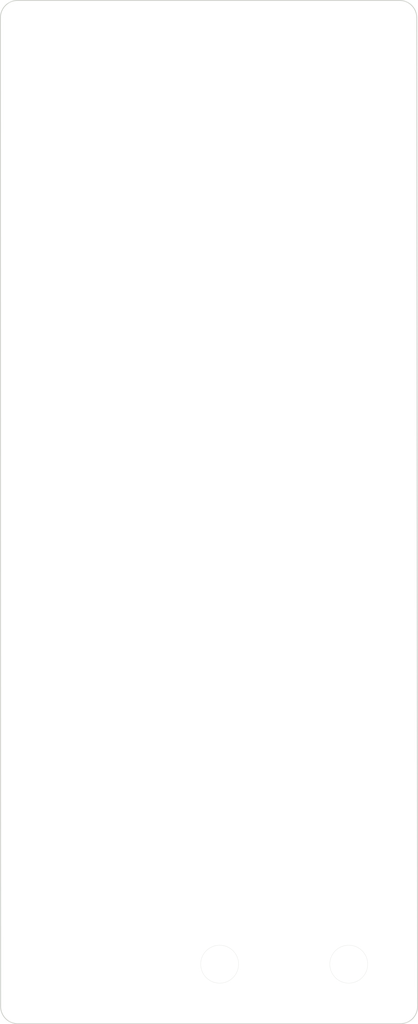
<source format=kicad_pcb>
(kicad_pcb (version 20241229) (generator "pcbnew") (generator_version "9.0")
  (layers (0 "F.Cu" signal) (2 "B.Cu" signal) (13 "F.Paste" user) (15 "B.Paste" user) (5 "F.SilkS" user "F.Silkscreen") (7 "B.SilkS" user "B.Silkscreen") (1 "F.Mask" user) (3 "B.Mask" user) (25 "Edge.Cuts" user))
  (net 0 "")
  (footprint "kbd_Hole:m2_Screw_Hole_EdgeCuts" (layer "F.Cu") (at 64.2 117)
    (property "Reference" "Ref**" (hide yes))
    (property "Value" "Val**" (hide yes))
    (fp_circle (center 0 0) (end 1.1 0) (stroke (width 0.01)) (fill no) (layer "Edge.Cuts"))
  )
  (footprint "kbd_Hole:m2_Screw_Hole_EdgeCuts" (layer "F.Cu") (at 56.7 117)
    (property "Reference" "Ref**" (hide yes))
    (property "Value" "Val**" (hide yes))
    (fp_circle (center 0 0) (end 1.1 0) (stroke (width 0.01)) (fill no) (layer "Edge.Cuts"))
  )
  (gr_arc (start 43.965858 62.137707) (mid 44.258682 61.430487) (end 44.965858 61.1375) (stroke (width 0.05)) (layer "Edge.Cuts"))
  (gr_line (start 68.199156 119.449157) (end 68.150842 62.136657) (stroke (width 0.05)) (layer "Edge.Cuts"))
  (gr_arc (start 67.150843 61.1375) (mid 67.857624 61.43011) (end 68.150842 62.136657) (stroke (width 0.05)) (layer "Edge.Cuts"))
  (gr_line (start 67.199157 120.45) (end 44.977734 120.450005) (stroke (width 0.05)) (layer "Edge.Cuts"))
  (gr_arc (start 68.199156 119.449157) (mid 67.906559 120.156793) (end 67.199157 120.45) (stroke (width 0.05)) (layer "Edge.Cuts"))
  (gr_arc (start 44.977734 120.450005) (mid 44.2707 120.157185) (end 43.977734 119.450212) (stroke (width 0.05)) (layer "Edge.Cuts"))
  (gr_line (start 43.965858 62.137707) (end 43.977734 119.450212) (stroke (width 0.05)) (layer "Edge.Cuts"))
  (gr_line (start 67.150843 61.1375) (end 44.965858 61.1375) (stroke (width 0.05)) (layer "Edge.Cuts"))
)
</source>
